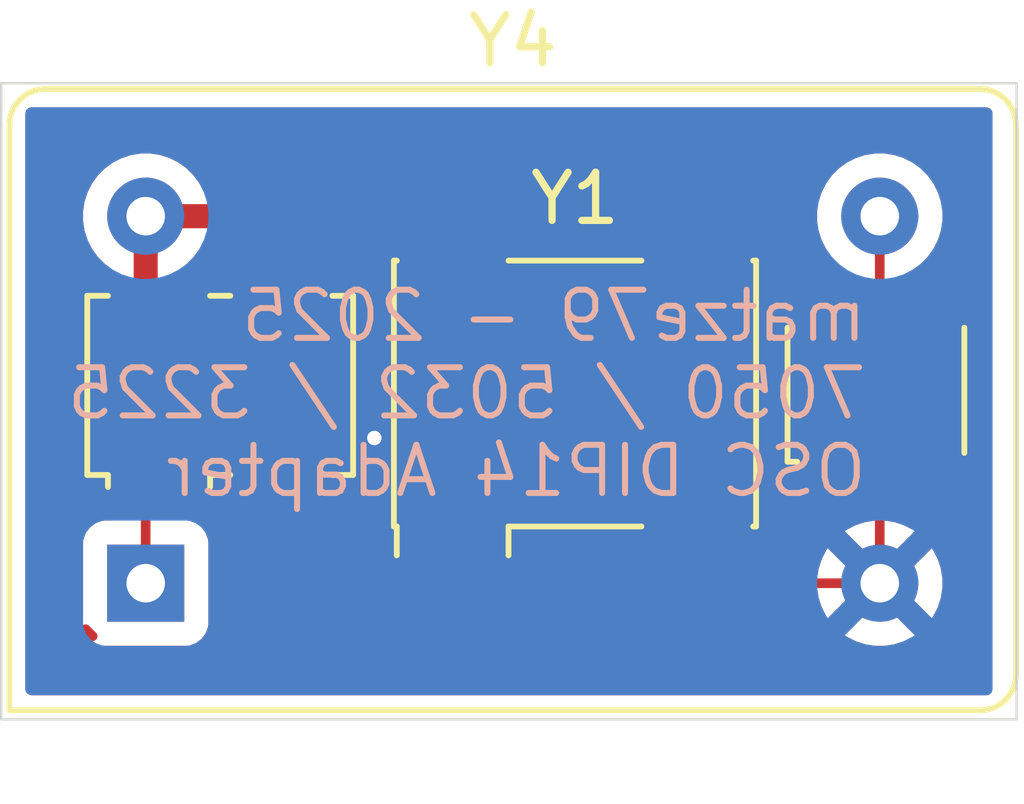
<source format=kicad_pcb>
(kicad_pcb (version 20241229) (generator "pcbnew") (generator_version "9.0")
  (layers (0 "F.Cu" signal) (2 "B.Cu" signal) (13 "F.Paste" user) (15 "B.Paste" user) (5 "F.SilkS" user "F.Silkscreen") (7 "B.SilkS" user "B.Silkscreen") (1 "F.Mask" user) (3 "B.Mask" user) (25 "Edge.Cuts" user))
  (net 0 "")
  (net 1 "/OE")
  (net 2 "GND")
  (net 3 "/OUT")
  (net 4 "VCC")
  (footprint "Oscillator:Oscillator_SMD_SeikoEpson_SG8002CA-4Pin_7.0x5.0mm" (layer "F.Cu") (at 93.0656 64.9904)
    (property "Reference" "Y1" (at 0 -4.05 0) (layer "F.SilkS"))
    (property "Value" "SG-7050CCN" (hide yes))
    (fp_line (start -3.76 -2.76) (end -3.7 -2.76) (stroke (width 0.12)) (layer "F.SilkS"))
    (fp_line (start -3.76 2.76) (end -3.76 -2.76) (stroke (width 0.12)) (layer "F.SilkS"))
    (fp_line (start -3.7 2.76) (end -3.76 2.76) (stroke (width 0.12)) (layer "F.SilkS"))
    (fp_line (start -3.7 3.36) (end -3.7 2.76) (stroke (width 0.12)) (layer "F.SilkS"))
    (fp_line (start -1.38 -2.76) (end 1.38 -2.76) (stroke (width 0.12)) (layer "F.SilkS"))
    (fp_line (start -1.38 2.76) (end -1.38 3.36) (stroke (width 0.12)) (layer "F.SilkS"))
    (fp_line (start 1.38 2.76) (end -1.38 2.76) (stroke (width 0.12)) (layer "F.SilkS"))
    (fp_line (start 3.7 -2.76) (end 3.76 -2.76) (stroke (width 0.12)) (layer "F.SilkS"))
    (fp_line (start 3.76 -2.76) (end 3.76 2.76) (stroke (width 0.12)) (layer "F.SilkS"))
    (fp_line (start 3.76 2.76) (end 3.7 2.76) (stroke (width 0.12)) (layer "F.SilkS"))
    (pad "1" smd roundrect (at -2.54 2.1) (size 1.8 2) (layers "F.Cu" "F.Mask" "F.Paste") (roundrect_rratio 0.138889) (net 1 "/OE"))
    (pad "2" smd roundrect (at 2.54 2.1) (size 1.8 2) (layers "F.Cu" "F.Mask" "F.Paste") (roundrect_rratio 0.138889) (net 2 "GND"))
    (pad "3" smd roundrect (at 2.54 -2.1) (size 1.8 2) (layers "F.Cu" "F.Mask" "F.Paste") (roundrect_rratio 0.138889) (net 3 "/OUT"))
    (pad "4" smd roundrect (at -2.54 -2.1) (size 1.8 2) (layers "F.Cu" "F.Mask" "F.Paste") (roundrect_rratio 0.138889) (net 4 "VCC"))
  )
  (footprint "Oscillator:Oscillator_SMD_EuroQuartz_XO32-4Pin_3.2x2.5mm" (layer "F.Cu") (at 99.314 64.9224 90)
    (property "Reference" "Y3" (hide yes))
    (property "Value" "XO32" (hide yes))
    (fp_line (start -1.485 -1.835) (end 1.3 -1.835) (stroke (width 0.12)) (layer "F.SilkS"))
    (fp_line (start -1.485 -1.635) (end -1.485 -1.835) (stroke (width 0.12)) (layer "F.SilkS"))
    (fp_line (start 1.3 1.835) (end -1.3 1.835) (stroke (width 0.12)) (layer "F.SilkS"))
    (pad "1" smd rect (at -0.775 -1.075) (size 1 0.9) (layers "F.Cu" "F.Mask" "F.Paste") (net 1 "/OE"))
    (pad "2" smd rect (at -0.775 1.075) (size 1 0.9) (layers "F.Cu" "F.Mask" "F.Paste") (net 2 "GND"))
    (pad "3" smd rect (at 0.775 1.075) (size 1 0.9) (layers "F.Cu" "F.Mask" "F.Paste") (net 3 "/OUT"))
    (pad "4" smd rect (at 0.775 -1.075) (size 1 0.9) (layers "F.Cu" "F.Mask" "F.Paste") (net 4 "VCC"))
  )
  (footprint "Oscillator:Oscillator_DIP-14" (layer "F.Cu") (at 84.153 68.9278)
    (property "Reference" "Y4" (at 7.62 -11.26 0) (layer "F.SilkS"))
    (property "Value" "CXO_DIP14")
    (fp_line (start -2.83 -9.51) (end -2.83 2.64) (stroke (width 0.12)) (layer "F.SilkS"))
    (fp_line (start -2.83 2.64) (end 17.32 2.64) (stroke (width 0.12)) (layer "F.SilkS"))
    (fp_line (start 17.32 -10.26) (end -2.08 -10.26) (stroke (width 0.12)) (layer "F.SilkS"))
    (fp_line (start 18.07 1.89) (end 18.07 -9.51) (stroke (width 0.12)) (layer "F.SilkS"))
    (fp_arc (start -2.83 -9.51) (mid -2.61033 -10.04033) (end -2.08 -10.26) (stroke (width 0.12)) (layer "F.SilkS"))
    (fp_arc (start 17.32 -10.26) (mid 17.85033 -10.04033) (end 18.07 -9.51) (stroke (width 0.12)) (layer "F.SilkS"))
    (fp_arc (start 18.07 1.89) (mid 17.85033 2.42033) (end 17.32 2.64) (stroke (width 0.12)) (layer "F.SilkS"))
    (pad "1" thru_hole rect (at 0 0) (size 1.6 1.6) (drill 0.8) (layers "*.Cu" "*.Mask") (net 1 "/OE"))
    (pad "7" thru_hole circle (at 15.24 0) (size 1.6 1.6) (drill 0.8) (layers "*.Cu" "*.Mask") (net 2 "GND"))
    (pad "8" thru_hole circle (at 15.24 -7.62) (size 1.6 1.6) (drill 0.8) (layers "*.Cu" "*.Mask") (net 3 "/OUT"))
    (pad "14" thru_hole circle (at 0 -7.62) (size 1.6 1.6) (drill 0.8) (layers "*.Cu" "*.Mask") (net 4 "VCC"))
  )
  (footprint "Oscillator:Oscillator_SMD_SeikoEpson_SG8002LB-4Pin_5.0x3.2mm" (layer "F.Cu") (at 85.6996 64.8208)
    (property "Reference" "Y2" (hide yes))
    (property "Value" "SG-5032CCN" (hide yes))
    (fp_line (start -2.76 -1.86) (end -2.33 -1.86) (stroke (width 0.12)) (layer "F.SilkS"))
    (fp_line (start -2.76 1.86) (end -2.76 -1.86) (stroke (width 0.12)) (layer "F.SilkS"))
    (fp_line (start -2.33 1.86) (end -2.76 1.86) (stroke (width 0.12)) (layer "F.SilkS"))
    (fp_line (start -2.33 2.11) (end -2.33 1.86) (stroke (width 0.12)) (layer "F.SilkS"))
    (fp_line (start -0.21 -1.86) (end 0.21 -1.86) (stroke (width 0.12)) (layer "F.SilkS"))
    (fp_line (start -0.21 1.86) (end -0.21 2.11) (stroke (width 0.12)) (layer "F.SilkS"))
    (fp_line (start 0.21 1.86) (end -0.21 1.86) (stroke (width 0.12)) (layer "F.SilkS"))
    (fp_line (start 2.33 -1.86) (end 2.76 -1.86) (stroke (width 0.12)) (layer "F.SilkS"))
    (fp_line (start 2.76 -1.86) (end 2.76 1.86) (stroke (width 0.12)) (layer "F.SilkS"))
    (fp_line (start 2.76 1.86) (end 2.33 1.86) (stroke (width 0.12)) (layer "F.SilkS"))
    (pad "1" smd roundrect (at -1.27 1.1) (size 1.6 1.5) (layers "F.Cu" "F.Mask" "F.Paste") (roundrect_rratio 0.166667) (net 1 "/OE"))
    (pad "2" smd roundrect (at 1.27 1.1) (size 1.6 1.5) (layers "F.Cu" "F.Mask" "F.Paste") (roundrect_rratio 0.166667) (net 2 "GND"))
    (pad "3" smd roundrect (at 1.27 -1.1) (size 1.6 1.5) (layers "F.Cu" "F.Mask" "F.Paste") (roundrect_rratio 0.166667) (net 3 "/OUT"))
    (pad "4" smd roundrect (at -1.27 -1.1) (size 1.6 1.5) (layers "F.Cu" "F.Mask" "F.Paste") (roundrect_rratio 0.166667) (net 4 "VCC"))
  )
  (footprint "Capacitor_SMD:C_0201_0603Metric_Pad0.64x0.40mm_HandSolder" (layer "F.Cu") (at 86.9685 60.325)
    (property "Reference" "C1" (hide yes))
    (property "Value" "100nf" (hide yes))
    (pad "1" smd roundrect (at -0.4075 0) (size 0.635 0.4) (layers "F.Cu" "F.Mask") (net 4 "VCC"))
    (pad "2" smd roundrect (at 0.4075 0) (size 0.635 0.4) (layers "F.Cu" "F.Mask") (net 2 "GND"))
  )
  (gr_rect (start 81.153 58.547) (end 102.235 71.755) (stroke (width 0.05)) (fill no) (layer "Edge.Cuts"))
  (gr_text "matze79 - 2025\n7050 / 5032 / 3225\nOSC DIP14 Adapter" (at 99.187 67.183 0) (layer "B.SilkS") (effects (font (size 1 1) (thickness 0.125)) (justify left bottom mirror)))
  (segment (start 90.5256 67.0904) (end 85.5992 67.0904) (width 0.2) (layer "F.Cu") (net 1))
  (segment (start 84.153 68.9278) (end 84.153 66.1974) (width 0.2) (layer "F.Cu") (net 1))
  (segment (start 91.8266 65.7894) (end 98.6062 65.7894) (width 0.2) (layer "F.Cu") (net 1))
  (segment (start 84.153 66.1974) (end 84.4296 65.9208) (width 0.2) (layer "F.Cu") (net 1))
  (segment (start 90.5256 67.0904) (end 91.8266 65.7894) (width 0.2) (layer "F.Cu") (net 1))
  (segment (start 85.5992 67.0904) (end 84.4296 65.9208) (width 0.2) (layer "F.Cu") (net 1))
  (segment (start 86.9774 65.913) (end 86.9696 65.9208) (width 0.2) (layer "F.Cu") (net 2))
  (segment (start 88.9 65.913) (end 86.9774 65.913) (width 0.2) (layer "F.Cu") (net 2))
  (segment (start 99.393 68.9278) (end 99.393 66.6934) (width 0.2) (layer "F.Cu") (net 2))
  (segment (start 99.393 68.9278) (end 97.443 68.9278) (width 0.2) (layer "F.Cu") (net 2))
  (segment (start 97.443 68.9278) (end 95.6056 67.0904) (width 0.2) (layer "F.Cu") (net 2))
  (segment (start 99.393 66.6934) (end 100.389 65.6974) (width 0.2) (layer "F.Cu") (net 2))
  (segment (start 83.052 70.0288) (end 82.9056 69.8824) (width 0.2) (layer "F.Cu") (net 2))
  (via (at 88.9 65.913) (size 0.6) (drill 0.3) (layers "F.Cu" "B.Cu") (net 2))
  (segment (start 99.132 62.8904) (end 100.389 64.1474) (width 0.2) (layer "F.Cu") (net 3))
  (segment (start 99.638 64.8984) (end 100.389 64.1474) (width 0.2) (layer "F.Cu") (net 3))
  (segment (start 100.389 64.0162) (end 99.393 63.0202) (width 0.2) (layer "F.Cu") (net 3))
  (segment (start 100.389 64.1474) (end 100.389 64.0162) (width 0.2) (layer "F.Cu") (net 3))
  (segment (start 86.9696 63.7208) (end 88.1472 64.8984) (width 0.2) (layer "F.Cu") (net 3))
  (segment (start 88.1472 64.8984) (end 99.638 64.8984) (width 0.2) (layer "F.Cu") (net 3))
  (segment (start 99.393 63.0202) (end 99.393 61.3078) (width 0.2) (layer "F.Cu") (net 3))
  (segment (start 95.6056 62.8904) (end 99.132 62.8904) (width 0.2) (layer "F.Cu") (net 3))
  (segment (start 98.1752 64.2112) (end 98.239 64.1474) (width 0.2) (layer "F.Cu") (net 4))
  (segment (start 96.393 64.4974) (end 92.1326 64.4974) (width 0.2) (layer "F.Cu") (net 4))
  (segment (start 84.153 61.3078) (end 86.487 61.3078) (width 0.5) (layer "F.Cu") (net 4))
  (segment (start 86.536 61.2588) (end 86.487 61.3078) (width 0.2) (layer "F.Cu") (net 4))
  (segment (start 84.153 63.4442) (end 84.4296 63.7208) (width 0.2) (layer "F.Cu") (net 4))
  (segment (start 86.487 61.3078) (end 88.943 61.3078) (width 0.5) (layer "F.Cu") (net 4))
  (segment (start 88.943 61.3078) (end 90.5256 62.8904) (width 0.5) (layer "F.Cu") (net 4))
  (segment (start 92.1326 64.4974) (end 90.5256 62.8904) (width 0.2) (layer "F.Cu") (net 4))
  (segment (start 96.743 64.1474) (end 96.393 64.4974) (width 0.2) (layer "F.Cu") (net 4))
  (segment (start 84.153 61.3078) (end 84.153 63.4442) (width 0.5) (layer "F.Cu") (net 4))
  (segment (start 98.239 64.1474) (end 96.743 64.1474) (width 0.2) (layer "F.Cu") (net 4))
  (segment (start 86.536 60.452) (end 86.536 61.2588) (width 0.3) (layer "F.Cu") (net 4))
  (zone (net 2) (net_name "GND") (layers "F.Cu" "B.Cu") (connect_pads (clearance 0.5)) (min_thickness 0.25) (fill yes (thermal_gap 0.5) (thermal_bridge_width 0.5))
    (polygon (pts (xy 81.153 58.547) (xy 102.362 58.547) (xy 102.362 71.755) (xy 81.153 71.755)))
  )
)
</source>
